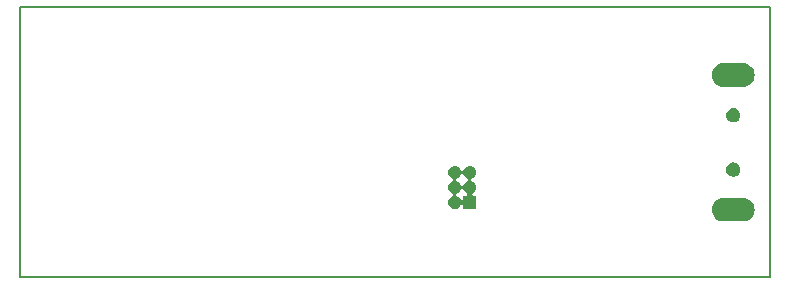
<source format=gbr>
G04 #@! TF.GenerationSoftware,KiCad,Pcbnew,(5.1.5)-3*
G04 #@! TF.CreationDate,2020-03-31T21:34:46+02:00*
G04 #@! TF.ProjectId,cc1352P-dongle,63633133-3532-4502-9d64-6f6e676c652e,rev?*
G04 #@! TF.SameCoordinates,Original*
G04 #@! TF.FileFunction,Soldermask,Bot*
G04 #@! TF.FilePolarity,Negative*
%FSLAX46Y46*%
G04 Gerber Fmt 4.6, Leading zero omitted, Abs format (unit mm)*
G04 Created by KiCad (PCBNEW (5.1.5)-3) date 2020-03-31 21:34:46*
%MOMM*%
%LPD*%
G04 APERTURE LIST*
%ADD10C,0.150000*%
%ADD11C,0.100000*%
G04 APERTURE END LIST*
D10*
X66040000Y-71120000D02*
X66040000Y-48260000D01*
X129540000Y-71120000D02*
X66040000Y-71120000D01*
X129540000Y-48260000D02*
X129540000Y-71120000D01*
X66040000Y-48260000D02*
X129540000Y-48260000D01*
D11*
G36*
X127446228Y-64403483D02*
G01*
X127634922Y-64460723D01*
X127808815Y-64553671D01*
X127961239Y-64678761D01*
X128086329Y-64831185D01*
X128179277Y-65005078D01*
X128236517Y-65193772D01*
X128255843Y-65390000D01*
X128236517Y-65586228D01*
X128179277Y-65774922D01*
X128086329Y-65948815D01*
X127961239Y-66101239D01*
X127808815Y-66226329D01*
X127634922Y-66319277D01*
X127446228Y-66376517D01*
X127299175Y-66391000D01*
X125600825Y-66391000D01*
X125453772Y-66376517D01*
X125265078Y-66319277D01*
X125091185Y-66226329D01*
X124938761Y-66101239D01*
X124813671Y-65948815D01*
X124720723Y-65774922D01*
X124663483Y-65586228D01*
X124644157Y-65390000D01*
X124663483Y-65193772D01*
X124720723Y-65005078D01*
X124813671Y-64831185D01*
X124938761Y-64678761D01*
X125091185Y-64553671D01*
X125265078Y-64460723D01*
X125453772Y-64403483D01*
X125600825Y-64389000D01*
X127299175Y-64389000D01*
X127446228Y-64403483D01*
G37*
G36*
X103030721Y-61700174D02*
G01*
X103130995Y-61741709D01*
X103130996Y-61741710D01*
X103221242Y-61802010D01*
X103297990Y-61878758D01*
X103297991Y-61878760D01*
X103358291Y-61969005D01*
X103389516Y-62044389D01*
X103401067Y-62066000D01*
X103416612Y-62084941D01*
X103435554Y-62100487D01*
X103457165Y-62112038D01*
X103480614Y-62119151D01*
X103505000Y-62121553D01*
X103529386Y-62119151D01*
X103552835Y-62112038D01*
X103574446Y-62100487D01*
X103593387Y-62084942D01*
X103608933Y-62066000D01*
X103620484Y-62044389D01*
X103651709Y-61969005D01*
X103712009Y-61878760D01*
X103712010Y-61878758D01*
X103788758Y-61802010D01*
X103879004Y-61741710D01*
X103879005Y-61741709D01*
X103979279Y-61700174D01*
X104085730Y-61679000D01*
X104194270Y-61679000D01*
X104300721Y-61700174D01*
X104400995Y-61741709D01*
X104400996Y-61741710D01*
X104491242Y-61802010D01*
X104567990Y-61878758D01*
X104567991Y-61878760D01*
X104628291Y-61969005D01*
X104669826Y-62069279D01*
X104691000Y-62175730D01*
X104691000Y-62284270D01*
X104669826Y-62390721D01*
X104628291Y-62490995D01*
X104628290Y-62490996D01*
X104567990Y-62581242D01*
X104491242Y-62657990D01*
X104445812Y-62688345D01*
X104400995Y-62718291D01*
X104325611Y-62749516D01*
X104304000Y-62761067D01*
X104285059Y-62776612D01*
X104269513Y-62795554D01*
X104257962Y-62817165D01*
X104250849Y-62840614D01*
X104248447Y-62865000D01*
X104250849Y-62889386D01*
X104257962Y-62912835D01*
X104269513Y-62934446D01*
X104285058Y-62953387D01*
X104304000Y-62968933D01*
X104325611Y-62980484D01*
X104400995Y-63011709D01*
X104400996Y-63011710D01*
X104491242Y-63072010D01*
X104567990Y-63148758D01*
X104567991Y-63148760D01*
X104628291Y-63239005D01*
X104669826Y-63339279D01*
X104691000Y-63445730D01*
X104691000Y-63554270D01*
X104669826Y-63660721D01*
X104628291Y-63760995D01*
X104628290Y-63760996D01*
X104567990Y-63851242D01*
X104491242Y-63927990D01*
X104459816Y-63948988D01*
X104398336Y-63990068D01*
X104379394Y-64005614D01*
X104363849Y-64024556D01*
X104352298Y-64046167D01*
X104345185Y-64069615D01*
X104342783Y-64094002D01*
X104345185Y-64118388D01*
X104352298Y-64141837D01*
X104363849Y-64163447D01*
X104379395Y-64182389D01*
X104398337Y-64197934D01*
X104419948Y-64209485D01*
X104443396Y-64216598D01*
X104467782Y-64219000D01*
X104691000Y-64219000D01*
X104691000Y-65321000D01*
X103589000Y-65321000D01*
X103589000Y-65097782D01*
X103586598Y-65073396D01*
X103579485Y-65049947D01*
X103567934Y-65028336D01*
X103552389Y-65009394D01*
X103533447Y-64993849D01*
X103511836Y-64982298D01*
X103488387Y-64975185D01*
X103464001Y-64972783D01*
X103439615Y-64975185D01*
X103416166Y-64982298D01*
X103394555Y-64993849D01*
X103375613Y-65009394D01*
X103360068Y-65028336D01*
X103318988Y-65089816D01*
X103297990Y-65121242D01*
X103221242Y-65197990D01*
X103175812Y-65228345D01*
X103130995Y-65258291D01*
X103030721Y-65299826D01*
X102924270Y-65321000D01*
X102815730Y-65321000D01*
X102709279Y-65299826D01*
X102609005Y-65258291D01*
X102564188Y-65228345D01*
X102518758Y-65197990D01*
X102442010Y-65121242D01*
X102410041Y-65073396D01*
X102381709Y-65030995D01*
X102340174Y-64930721D01*
X102319000Y-64824270D01*
X102319000Y-64715730D01*
X102340174Y-64609279D01*
X102381709Y-64509005D01*
X102442009Y-64418760D01*
X102442010Y-64418758D01*
X102518758Y-64342010D01*
X102609004Y-64281710D01*
X102609005Y-64281709D01*
X102684389Y-64250484D01*
X102706000Y-64238933D01*
X102724941Y-64223388D01*
X102740487Y-64204446D01*
X102752038Y-64182835D01*
X102759151Y-64159386D01*
X102761553Y-64135000D01*
X102978447Y-64135000D01*
X102980849Y-64159386D01*
X102987962Y-64182835D01*
X102999513Y-64204446D01*
X103015058Y-64223387D01*
X103034000Y-64238933D01*
X103055611Y-64250484D01*
X103130995Y-64281709D01*
X103130996Y-64281710D01*
X103221242Y-64342010D01*
X103297990Y-64418758D01*
X103297991Y-64418760D01*
X103360068Y-64511664D01*
X103375614Y-64530606D01*
X103394556Y-64546151D01*
X103416167Y-64557702D01*
X103439615Y-64564815D01*
X103464002Y-64567217D01*
X103488388Y-64564815D01*
X103511837Y-64557702D01*
X103533447Y-64546151D01*
X103552389Y-64530605D01*
X103567934Y-64511663D01*
X103579485Y-64490052D01*
X103586598Y-64466604D01*
X103589000Y-64442218D01*
X103589000Y-64219000D01*
X103812218Y-64219000D01*
X103836604Y-64216598D01*
X103860053Y-64209485D01*
X103881664Y-64197934D01*
X103900606Y-64182389D01*
X103916151Y-64163447D01*
X103927702Y-64141836D01*
X103934815Y-64118387D01*
X103937217Y-64094001D01*
X103934815Y-64069615D01*
X103927702Y-64046166D01*
X103916151Y-64024555D01*
X103900606Y-64005613D01*
X103881664Y-63990068D01*
X103820184Y-63948988D01*
X103788758Y-63927990D01*
X103712010Y-63851242D01*
X103651710Y-63760996D01*
X103651709Y-63760995D01*
X103620484Y-63685611D01*
X103608933Y-63664000D01*
X103593388Y-63645059D01*
X103574446Y-63629513D01*
X103552835Y-63617962D01*
X103529386Y-63610849D01*
X103505000Y-63608447D01*
X103480614Y-63610849D01*
X103457165Y-63617962D01*
X103435554Y-63629513D01*
X103416613Y-63645058D01*
X103401067Y-63664000D01*
X103389516Y-63685611D01*
X103358291Y-63760995D01*
X103358290Y-63760996D01*
X103297990Y-63851242D01*
X103221242Y-63927990D01*
X103175812Y-63958345D01*
X103130995Y-63988291D01*
X103055611Y-64019516D01*
X103034000Y-64031067D01*
X103015059Y-64046612D01*
X102999513Y-64065554D01*
X102987962Y-64087165D01*
X102980849Y-64110614D01*
X102978447Y-64135000D01*
X102761553Y-64135000D01*
X102759151Y-64110614D01*
X102752038Y-64087165D01*
X102740487Y-64065554D01*
X102724942Y-64046613D01*
X102706000Y-64031067D01*
X102684389Y-64019516D01*
X102609005Y-63988291D01*
X102564188Y-63958345D01*
X102518758Y-63927990D01*
X102442010Y-63851242D01*
X102381710Y-63760996D01*
X102381709Y-63760995D01*
X102340174Y-63660721D01*
X102319000Y-63554270D01*
X102319000Y-63445730D01*
X102340174Y-63339279D01*
X102381709Y-63239005D01*
X102442009Y-63148760D01*
X102442010Y-63148758D01*
X102518758Y-63072010D01*
X102609004Y-63011710D01*
X102609005Y-63011709D01*
X102684389Y-62980484D01*
X102706000Y-62968933D01*
X102724941Y-62953388D01*
X102740487Y-62934446D01*
X102752038Y-62912835D01*
X102759151Y-62889386D01*
X102761553Y-62865000D01*
X102978447Y-62865000D01*
X102980849Y-62889386D01*
X102987962Y-62912835D01*
X102999513Y-62934446D01*
X103015058Y-62953387D01*
X103034000Y-62968933D01*
X103055611Y-62980484D01*
X103130995Y-63011709D01*
X103130996Y-63011710D01*
X103221242Y-63072010D01*
X103297990Y-63148758D01*
X103297991Y-63148760D01*
X103358291Y-63239005D01*
X103389516Y-63314389D01*
X103401067Y-63336000D01*
X103416612Y-63354941D01*
X103435554Y-63370487D01*
X103457165Y-63382038D01*
X103480614Y-63389151D01*
X103505000Y-63391553D01*
X103529386Y-63389151D01*
X103552835Y-63382038D01*
X103574446Y-63370487D01*
X103593387Y-63354942D01*
X103608933Y-63336000D01*
X103620484Y-63314389D01*
X103651709Y-63239005D01*
X103712009Y-63148760D01*
X103712010Y-63148758D01*
X103788758Y-63072010D01*
X103879004Y-63011710D01*
X103879005Y-63011709D01*
X103954389Y-62980484D01*
X103976000Y-62968933D01*
X103994941Y-62953388D01*
X104010487Y-62934446D01*
X104022038Y-62912835D01*
X104029151Y-62889386D01*
X104031553Y-62865000D01*
X104029151Y-62840614D01*
X104022038Y-62817165D01*
X104010487Y-62795554D01*
X103994942Y-62776613D01*
X103976000Y-62761067D01*
X103954389Y-62749516D01*
X103879005Y-62718291D01*
X103834188Y-62688345D01*
X103788758Y-62657990D01*
X103712010Y-62581242D01*
X103651710Y-62490996D01*
X103651709Y-62490995D01*
X103620484Y-62415611D01*
X103608933Y-62394000D01*
X103593388Y-62375059D01*
X103574446Y-62359513D01*
X103552835Y-62347962D01*
X103529386Y-62340849D01*
X103505000Y-62338447D01*
X103480614Y-62340849D01*
X103457165Y-62347962D01*
X103435554Y-62359513D01*
X103416613Y-62375058D01*
X103401067Y-62394000D01*
X103389516Y-62415611D01*
X103358291Y-62490995D01*
X103358290Y-62490996D01*
X103297990Y-62581242D01*
X103221242Y-62657990D01*
X103175812Y-62688345D01*
X103130995Y-62718291D01*
X103055611Y-62749516D01*
X103034000Y-62761067D01*
X103015059Y-62776612D01*
X102999513Y-62795554D01*
X102987962Y-62817165D01*
X102980849Y-62840614D01*
X102978447Y-62865000D01*
X102761553Y-62865000D01*
X102759151Y-62840614D01*
X102752038Y-62817165D01*
X102740487Y-62795554D01*
X102724942Y-62776613D01*
X102706000Y-62761067D01*
X102684389Y-62749516D01*
X102609005Y-62718291D01*
X102564188Y-62688345D01*
X102518758Y-62657990D01*
X102442010Y-62581242D01*
X102381710Y-62490996D01*
X102381709Y-62490995D01*
X102340174Y-62390721D01*
X102319000Y-62284270D01*
X102319000Y-62175730D01*
X102340174Y-62069279D01*
X102381709Y-61969005D01*
X102442009Y-61878760D01*
X102442010Y-61878758D01*
X102518758Y-61802010D01*
X102609004Y-61741710D01*
X102609005Y-61741709D01*
X102709279Y-61700174D01*
X102815730Y-61679000D01*
X102924270Y-61679000D01*
X103030721Y-61700174D01*
G37*
G36*
X126586601Y-61404397D02*
G01*
X126625305Y-61412096D01*
X126657340Y-61425365D01*
X126734680Y-61457400D01*
X126833115Y-61523173D01*
X126916827Y-61606885D01*
X126982600Y-61705320D01*
X127014635Y-61782660D01*
X127022650Y-61802010D01*
X127027904Y-61814696D01*
X127051000Y-61930805D01*
X127051000Y-62049195D01*
X127027904Y-62165304D01*
X126982600Y-62274680D01*
X126916827Y-62373115D01*
X126833115Y-62456827D01*
X126734680Y-62522600D01*
X126657340Y-62554635D01*
X126625305Y-62567904D01*
X126586601Y-62575603D01*
X126509195Y-62591000D01*
X126390805Y-62591000D01*
X126313399Y-62575603D01*
X126274695Y-62567904D01*
X126242660Y-62554635D01*
X126165320Y-62522600D01*
X126066885Y-62456827D01*
X125983173Y-62373115D01*
X125917400Y-62274680D01*
X125872096Y-62165304D01*
X125849000Y-62049195D01*
X125849000Y-61930805D01*
X125872096Y-61814696D01*
X125877351Y-61802010D01*
X125885365Y-61782660D01*
X125917400Y-61705320D01*
X125983173Y-61606885D01*
X126066885Y-61523173D01*
X126165320Y-61457400D01*
X126242660Y-61425365D01*
X126274695Y-61412096D01*
X126313399Y-61404397D01*
X126390805Y-61389000D01*
X126509195Y-61389000D01*
X126586601Y-61404397D01*
G37*
G36*
X126586601Y-56804397D02*
G01*
X126625305Y-56812096D01*
X126657340Y-56825365D01*
X126734680Y-56857400D01*
X126833115Y-56923173D01*
X126916827Y-57006885D01*
X126982600Y-57105320D01*
X127027904Y-57214696D01*
X127051000Y-57330805D01*
X127051000Y-57449195D01*
X127027904Y-57565304D01*
X126982600Y-57674680D01*
X126916827Y-57773115D01*
X126833115Y-57856827D01*
X126734680Y-57922600D01*
X126657340Y-57954635D01*
X126625305Y-57967904D01*
X126586601Y-57975603D01*
X126509195Y-57991000D01*
X126390805Y-57991000D01*
X126313399Y-57975603D01*
X126274695Y-57967904D01*
X126242660Y-57954635D01*
X126165320Y-57922600D01*
X126066885Y-57856827D01*
X125983173Y-57773115D01*
X125917400Y-57674680D01*
X125872096Y-57565304D01*
X125849000Y-57449195D01*
X125849000Y-57330805D01*
X125872096Y-57214696D01*
X125917400Y-57105320D01*
X125983173Y-57006885D01*
X126066885Y-56923173D01*
X126165320Y-56857400D01*
X126242660Y-56825365D01*
X126274695Y-56812096D01*
X126313399Y-56804397D01*
X126390805Y-56789000D01*
X126509195Y-56789000D01*
X126586601Y-56804397D01*
G37*
G36*
X127446228Y-53003483D02*
G01*
X127634922Y-53060723D01*
X127808815Y-53153671D01*
X127961239Y-53278761D01*
X128086329Y-53431185D01*
X128179277Y-53605078D01*
X128236517Y-53793772D01*
X128255843Y-53990000D01*
X128236517Y-54186228D01*
X128179277Y-54374922D01*
X128086329Y-54548815D01*
X127961239Y-54701239D01*
X127808815Y-54826329D01*
X127634922Y-54919277D01*
X127446228Y-54976517D01*
X127299175Y-54991000D01*
X125600825Y-54991000D01*
X125453772Y-54976517D01*
X125265078Y-54919277D01*
X125091185Y-54826329D01*
X124938761Y-54701239D01*
X124813671Y-54548815D01*
X124720723Y-54374922D01*
X124663483Y-54186228D01*
X124644157Y-53990000D01*
X124663483Y-53793772D01*
X124720723Y-53605078D01*
X124813671Y-53431185D01*
X124938761Y-53278761D01*
X125091185Y-53153671D01*
X125265078Y-53060723D01*
X125453772Y-53003483D01*
X125600825Y-52989000D01*
X127299175Y-52989000D01*
X127446228Y-53003483D01*
G37*
M02*

</source>
